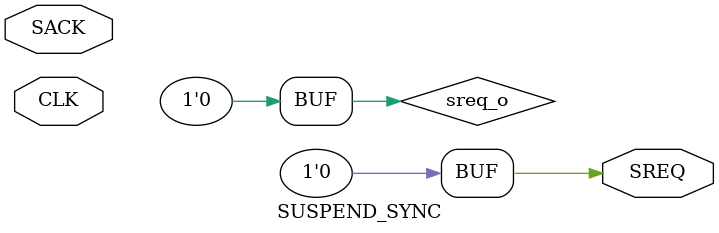
<source format=v>


`timescale 1 ps / 1 ps 

module SUSPEND_SYNC (
  SREQ,
  CLK,
  SACK
);

  output SREQ;

  input CLK;
  input SACK;
 
  reg sreq_o = 0;

  assign SREQ = sreq_o;

endmodule

</source>
